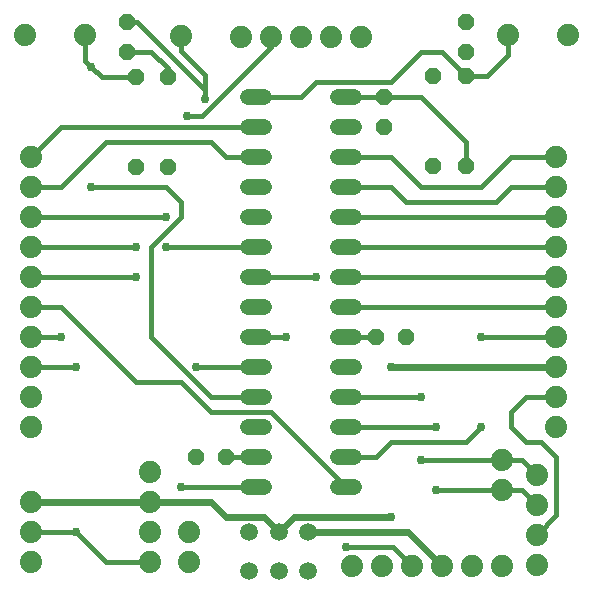
<source format=gbr>
G04 EAGLE Gerber RS-274X export*
G75*
%MOMM*%
%FSLAX34Y34*%
%LPD*%
%INTop Copper*%
%IPPOS*%
%AMOC8*
5,1,8,0,0,1.08239X$1,22.5*%
G01*
%ADD10P,1.429621X8X292.500000*%
%ADD11P,1.429621X8X202.500000*%
%ADD12P,1.429621X8X22.500000*%
%ADD13P,1.429621X8X112.500000*%
%ADD14C,1.320800*%
%ADD15C,1.879600*%
%ADD16C,1.508000*%
%ADD17C,0.406400*%
%ADD18C,0.756400*%
%ADD19C,0.609600*%


D10*
X323850Y419100D03*
X323850Y393700D03*
D11*
X190500Y114300D03*
X165100Y114300D03*
D12*
X317500Y215900D03*
X342900Y215900D03*
D10*
X393700Y482600D03*
X393700Y457200D03*
X106680Y482600D03*
X106680Y457200D03*
D13*
X365760Y360680D03*
X365760Y436880D03*
X140970Y359410D03*
X140970Y435610D03*
D10*
X393700Y436880D03*
X393700Y360680D03*
X114300Y435610D03*
X114300Y359410D03*
D14*
X209296Y419100D02*
X222504Y419100D01*
X222504Y393700D02*
X209296Y393700D01*
X209296Y368300D02*
X222504Y368300D01*
X222504Y342900D02*
X209296Y342900D01*
X209296Y317500D02*
X222504Y317500D01*
X222504Y292100D02*
X209296Y292100D01*
X209296Y266700D02*
X222504Y266700D01*
X222504Y241300D02*
X209296Y241300D01*
X209296Y215900D02*
X222504Y215900D01*
X222504Y190500D02*
X209296Y190500D01*
X209296Y165100D02*
X222504Y165100D01*
X222504Y139700D02*
X209296Y139700D01*
X209296Y114300D02*
X222504Y114300D01*
X222504Y88900D02*
X209296Y88900D01*
X285496Y88900D02*
X298704Y88900D01*
X298704Y114300D02*
X285496Y114300D01*
X285496Y139700D02*
X298704Y139700D01*
X298704Y165100D02*
X285496Y165100D01*
X285496Y190500D02*
X298704Y190500D01*
X298704Y215900D02*
X285496Y215900D01*
X285496Y241300D02*
X298704Y241300D01*
X298704Y266700D02*
X285496Y266700D01*
X285496Y292100D02*
X298704Y292100D01*
X298704Y317500D02*
X285496Y317500D01*
X285496Y342900D02*
X298704Y342900D01*
X298704Y368300D02*
X285496Y368300D01*
X285496Y393700D02*
X298704Y393700D01*
X298704Y419100D02*
X285496Y419100D01*
D15*
X424180Y111760D03*
X424180Y86360D03*
X469900Y368300D03*
X469900Y342900D03*
X469900Y317500D03*
X469900Y292100D03*
X469900Y266700D03*
X469900Y241300D03*
X469900Y215900D03*
X469900Y190500D03*
X469900Y165100D03*
X469900Y139700D03*
X25400Y241300D03*
X25400Y215900D03*
X25400Y190500D03*
X25400Y165100D03*
X25400Y139700D03*
X25400Y368300D03*
X25400Y342900D03*
X25400Y317500D03*
X25400Y292100D03*
X25400Y266700D03*
X25400Y76200D03*
X25400Y50800D03*
X25400Y25400D03*
X158750Y25400D03*
X158750Y50800D03*
D16*
X209950Y50790D03*
X234950Y50790D03*
X259950Y50790D03*
X259950Y17790D03*
X234950Y17790D03*
X209950Y17790D03*
D15*
X125730Y25400D03*
X125730Y50800D03*
X125730Y76200D03*
X125730Y101600D03*
X424180Y21590D03*
X398780Y21590D03*
X373380Y21590D03*
X347980Y21590D03*
X322580Y21590D03*
X297180Y21590D03*
X203200Y469900D03*
X228600Y469900D03*
X254000Y469900D03*
X279400Y469900D03*
X304800Y469900D03*
X453390Y99060D03*
X453390Y73660D03*
X453390Y48260D03*
X453390Y22860D03*
X429260Y471170D03*
X480060Y471170D03*
X71120Y471170D03*
X20320Y471170D03*
D17*
X292100Y419100D02*
X323850Y419100D01*
X355600Y419100D01*
X393700Y381000D01*
X393700Y360680D01*
X444500Y165100D02*
X469900Y165100D01*
X444500Y165100D02*
X431800Y152400D01*
X431800Y139700D01*
X444500Y127000D01*
X457200Y127000D01*
X469900Y114300D01*
X469900Y64770D01*
X453390Y48260D01*
X215900Y114300D02*
X190500Y114300D01*
X63500Y50800D02*
X25400Y50800D01*
X63500Y50800D02*
X88900Y25400D01*
X125730Y25400D01*
D18*
X63500Y50800D03*
X63500Y190500D03*
D17*
X25400Y190500D01*
D18*
X157480Y402590D03*
D17*
X228600Y461010D02*
X228600Y469900D01*
X228600Y461010D02*
X170180Y402590D01*
X157480Y402590D01*
D19*
X344180Y50790D02*
X373380Y21590D01*
X344180Y50790D02*
X259950Y50790D01*
D17*
X292100Y215900D02*
X317500Y215900D01*
X429260Y454660D02*
X429260Y471170D01*
X411480Y436880D02*
X393700Y436880D01*
X411480Y436880D02*
X429260Y454660D01*
X254000Y419100D02*
X215900Y419100D01*
X254000Y419100D02*
X266700Y431800D01*
X330200Y431800D02*
X355600Y457200D01*
X373380Y457200D02*
X393700Y436880D01*
X330200Y431800D02*
X266700Y431800D01*
X355600Y457200D02*
X373380Y457200D01*
D18*
X172466Y417322D03*
D17*
X172466Y424942D01*
X114808Y482600D01*
X106680Y482600D01*
D15*
X152146Y470408D03*
D17*
X152146Y457708D01*
X172466Y437388D01*
X172466Y417322D01*
X71120Y449580D02*
X71120Y471170D01*
X85090Y435610D02*
X114300Y435610D01*
X76200Y444500D02*
X71120Y449580D01*
X76200Y444500D02*
X85090Y435610D01*
X177800Y165100D02*
X215900Y165100D01*
X177800Y165100D02*
X127000Y215900D01*
X127000Y292100D01*
X152400Y317500D01*
X152400Y330200D01*
X139700Y342900D01*
X76200Y342900D01*
D18*
X76200Y342900D03*
X76200Y444500D03*
D17*
X140970Y443230D02*
X140970Y435610D01*
X127000Y457200D02*
X106680Y457200D01*
X127000Y457200D02*
X140970Y443230D01*
X292100Y139700D02*
X368300Y139700D01*
D18*
X368300Y139700D03*
X368300Y86360D03*
D17*
X424180Y86360D01*
X440690Y86360D02*
X453390Y73660D01*
X440690Y86360D02*
X424180Y86360D01*
X355600Y165100D02*
X292100Y165100D01*
D18*
X355600Y165100D03*
X355600Y111760D03*
D17*
X424180Y111760D01*
X440690Y111760D02*
X453390Y99060D01*
X440690Y111760D02*
X424180Y111760D01*
X266700Y266700D02*
X215900Y266700D01*
D18*
X266700Y266700D03*
D17*
X241300Y215900D02*
X215900Y215900D01*
D18*
X241300Y215900D03*
D17*
X331470Y38100D02*
X347980Y21590D01*
X331470Y38100D02*
X292100Y38100D01*
D18*
X292100Y38100D03*
D17*
X25400Y368300D02*
X50800Y393700D01*
X215900Y393700D01*
X50800Y342900D02*
X25400Y342900D01*
X50800Y342900D02*
X88900Y381000D01*
X177800Y381000D02*
X190500Y368300D01*
X215900Y368300D01*
X177800Y381000D02*
X88900Y381000D01*
X139700Y317500D02*
X25400Y317500D01*
X139700Y292100D02*
X215900Y292100D01*
D18*
X139700Y292100D03*
X139700Y317500D03*
D17*
X114300Y292100D02*
X25400Y292100D01*
X165100Y190500D02*
X215900Y190500D01*
D18*
X165100Y190500D03*
X114300Y292100D03*
D17*
X152400Y88900D02*
X215900Y88900D01*
D18*
X152400Y88900D03*
X114300Y266700D03*
D17*
X25400Y266700D01*
X228600Y152400D02*
X292100Y88900D01*
X177800Y152400D02*
X152400Y177800D01*
X114300Y177800D01*
X50800Y241300D01*
X25400Y241300D01*
X177800Y152400D02*
X228600Y152400D01*
X292100Y114300D02*
X317500Y114300D01*
X330200Y127000D01*
X393700Y127000D01*
X406400Y139700D01*
X406400Y215900D02*
X469900Y215900D01*
D18*
X406400Y215900D03*
X406400Y139700D03*
D17*
X469900Y241300D02*
X292100Y241300D01*
X292100Y266700D02*
X469900Y266700D01*
X469900Y292100D02*
X292100Y292100D01*
X292100Y317500D02*
X469900Y317500D01*
X330200Y342900D02*
X292100Y342900D01*
X330200Y342900D02*
X342900Y330200D01*
X419100Y330200D01*
X431800Y342900D01*
X469900Y342900D01*
X330200Y368300D02*
X292100Y368300D01*
X330200Y368300D02*
X355600Y342900D01*
X406400Y342900D01*
X431800Y368300D01*
X469900Y368300D01*
D19*
X222240Y63500D02*
X234950Y50790D01*
X190500Y63500D02*
X177800Y76200D01*
X125730Y76200D01*
X190500Y63500D02*
X222240Y63500D01*
X234950Y50790D02*
X247660Y63500D01*
X330200Y63500D01*
D18*
X330200Y63500D03*
X330200Y190500D03*
D19*
X469900Y190500D01*
X125730Y76200D02*
X25400Y76200D01*
D17*
X25400Y215900D02*
X50800Y215900D01*
D18*
X50800Y215900D03*
M02*

</source>
